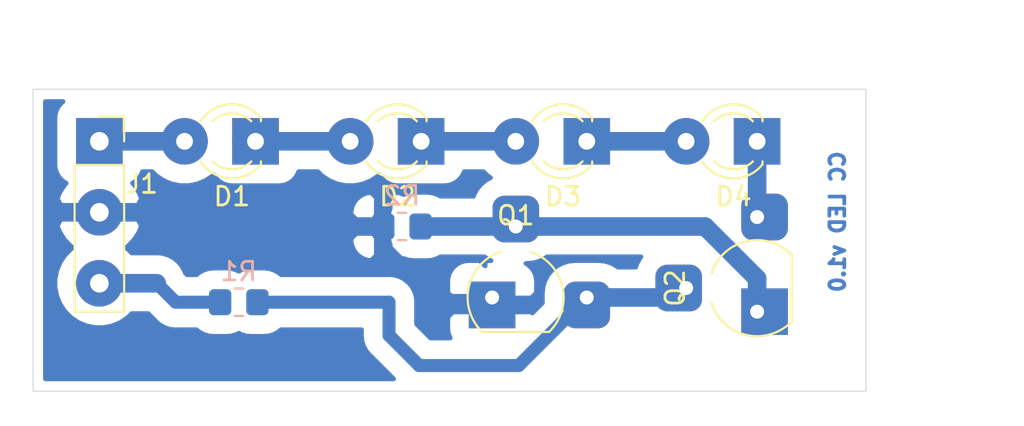
<source format=kicad_pcb>
(kicad_pcb (version 20171130) (host pcbnew 5.1.7-a382d34a8~87~ubuntu18.04.1)

  (general
    (thickness 1.6)
    (drawings 7)
    (tracks 26)
    (zones 0)
    (modules 9)
    (nets 10)
  )

  (page A4)
  (layers
    (0 F.Cu signal)
    (31 B.Cu signal)
    (32 B.Adhes user)
    (33 F.Adhes user)
    (34 B.Paste user)
    (35 F.Paste user)
    (36 B.SilkS user)
    (37 F.SilkS user)
    (38 B.Mask user)
    (39 F.Mask user)
    (40 Dwgs.User user)
    (41 Cmts.User user)
    (42 Eco1.User user)
    (43 Eco2.User user)
    (44 Edge.Cuts user)
    (45 Margin user)
    (46 B.CrtYd user)
    (47 F.CrtYd user)
    (48 B.Fab user)
    (49 F.Fab user)
  )

  (setup
    (last_trace_width 1)
    (user_trace_width 0.381)
    (user_trace_width 0.508)
    (user_trace_width 0.7)
    (user_trace_width 1)
    (trace_clearance 0.2)
    (zone_clearance 0.508)
    (zone_45_only no)
    (trace_min 0.2)
    (via_size 0.8)
    (via_drill 0.4)
    (via_min_size 0.4)
    (via_min_drill 0.3)
    (uvia_size 0.3)
    (uvia_drill 0.1)
    (uvias_allowed no)
    (uvia_min_size 0.2)
    (uvia_min_drill 0.1)
    (edge_width 0.05)
    (segment_width 0.2)
    (pcb_text_width 0.3)
    (pcb_text_size 1.5 1.5)
    (mod_edge_width 0.12)
    (mod_text_size 1 1)
    (mod_text_width 0.15)
    (pad_size 2 2)
    (pad_drill 0.75)
    (pad_to_mask_clearance 0)
    (aux_axis_origin 0 0)
    (visible_elements 7FFFFFFF)
    (pcbplotparams
      (layerselection 0x01000_ffffffff)
      (usegerberextensions false)
      (usegerberattributes true)
      (usegerberadvancedattributes true)
      (creategerberjobfile true)
      (excludeedgelayer false)
      (linewidth 0.100000)
      (plotframeref false)
      (viasonmask false)
      (mode 1)
      (useauxorigin false)
      (hpglpennumber 1)
      (hpglpenspeed 20)
      (hpglpendiameter 15.000000)
      (psnegative false)
      (psa4output false)
      (plotreference true)
      (plotvalue true)
      (plotinvisibletext false)
      (padsonsilk false)
      (subtractmaskfromsilk false)
      (outputformat 4)
      (mirror false)
      (drillshape 1)
      (scaleselection 1)
      (outputdirectory "./pdf/"))
  )

  (net 0 "")
  (net 1 VCC)
  (net 2 GND)
  (net 3 "Net-(J1-Pad3)")
  (net 4 "Net-(Q1-Pad3)")
  (net 5 "Net-(Q1-Pad2)")
  (net 6 "Net-(D1-Pad1)")
  (net 7 "Net-(D2-Pad1)")
  (net 8 "Net-(D3-Pad1)")
  (net 9 "Net-(D4-Pad1)")

  (net_class Default "This is the default net class."
    (clearance 0.2)
    (trace_width 0.25)
    (via_dia 0.8)
    (via_drill 0.4)
    (uvia_dia 0.3)
    (uvia_drill 0.1)
  )

  (net_class homemade ""
    (clearance 0.508)
    (trace_width 0.508)
    (via_dia 0.8)
    (via_drill 0.4)
    (uvia_dia 0.3)
    (uvia_drill 0.1)
  )

  (net_class homemade2 ""
    (clearance 0.7)
    (trace_width 0.7)
    (via_dia 0.8)
    (via_drill 0.4)
    (uvia_dia 0.3)
    (uvia_drill 0.1)
  )

  (net_class homemade3 ""
    (clearance 1)
    (trace_width 1)
    (via_dia 0.8)
    (via_drill 0.4)
    (uvia_dia 0.3)
    (uvia_drill 0.1)
    (add_net GND)
    (add_net "Net-(D1-Pad1)")
    (add_net "Net-(D2-Pad1)")
    (add_net "Net-(D3-Pad1)")
    (add_net "Net-(D4-Pad1)")
    (add_net "Net-(J1-Pad3)")
    (add_net "Net-(Q1-Pad2)")
    (add_net "Net-(Q1-Pad3)")
    (add_net VCC)
  )

  (module indicator:TO-92_HandSolder_Large_Pad (layer F.Cu) (tedit 5F81B750) (tstamp 5F82245C)
    (at 39.624 26.924)
    (descr "TO-92 leads molded, narrow, drill 0.75mm, handsoldering variant with enlarged pads (see NXP sot054_po.pdf)")
    (tags "to-92 sc-43 sc-43a sot54 PA33 transistor")
    (path /5F766A6B)
    (fp_text reference Q1 (at 1.27 -4.4) (layer F.SilkS)
      (effects (font (size 1 1) (thickness 0.15)))
    )
    (fp_text value 2N3904 (at 1.27 2.79) (layer F.Fab)
      (effects (font (size 1 1) (thickness 0.15)))
    )
    (fp_line (start -0.53 1.85) (end 3.07 1.85) (layer F.SilkS) (width 0.12))
    (fp_line (start -0.5 1.75) (end 3 1.75) (layer F.Fab) (width 0.1))
    (fp_line (start -1.46 -5.588) (end 6.35 -5.588) (layer F.CrtYd) (width 0.05))
    (fp_line (start -1.46 -5.588) (end -1.46 2.01) (layer F.CrtYd) (width 0.05))
    (fp_line (start 6.35 2.01) (end 6.35 -5.588) (layer F.CrtYd) (width 0.05))
    (fp_line (start 6.35 2.01) (end -1.46 2.01) (layer F.CrtYd) (width 0.05))
    (fp_text user %R (at 1.27 0) (layer F.Fab)
      (effects (font (size 1 1) (thickness 0.15)))
    )
    (fp_arc (start 1.27 -0.06) (end 1.27 -2.54) (angle 135) (layer F.Fab) (width 0.1))
    (fp_arc (start 1.27 0) (end 0.45 -2.45) (angle -116.9632683) (layer F.SilkS) (width 0.12))
    (fp_arc (start 1.27 0) (end 1.27 -2.48) (angle -135) (layer F.Fab) (width 0.1))
    (fp_arc (start 1.27 0) (end 2.05 -2.45) (angle 117.6433766) (layer F.SilkS) (width 0.12))
    (pad 2 thru_hole roundrect (at 1.27 -3.81) (size 2.5 2.5) (drill 0.75 (offset 0 -0.4)) (layers *.Cu *.Mask) (roundrect_rratio 0.25)
      (net 5 "Net-(Q1-Pad2)"))
    (pad 3 thru_hole roundrect (at 5.08 0) (size 2.5 2.5) (drill 0.75 (offset 0 0.4)) (layers *.Cu *.Mask) (roundrect_rratio 0.25)
      (net 4 "Net-(Q1-Pad3)"))
    (pad 1 thru_hole rect (at 0 0) (size 2.5 2.5) (drill 0.75 (offset 0 0.4)) (layers *.Cu *.Mask)
      (net 2 GND))
    (model ${KISYS3DMOD}/Package_TO_SOT_THT.3dshapes/TO-92.wrl
      (at (xyz 0 0 0))
      (scale (xyz 1 1 1))
      (rotate (xyz 0 0 0))
    )
  )

  (module indicator:TO-92_HandSolder_Large_Pad (layer F.Cu) (tedit 5F81B750) (tstamp 5F822429)
    (at 53.848 27.686 90)
    (descr "TO-92 leads molded, narrow, drill 0.75mm, handsoldering variant with enlarged pads (see NXP sot054_po.pdf)")
    (tags "to-92 sc-43 sc-43a sot54 PA33 transistor")
    (path /5F7654EB)
    (fp_text reference Q2 (at 1.27 -4.4 90) (layer F.SilkS)
      (effects (font (size 1 1) (thickness 0.15)))
    )
    (fp_text value 2N3904 (at 1.27 2.79 90) (layer F.Fab)
      (effects (font (size 1 1) (thickness 0.15)))
    )
    (fp_line (start 6.35 2.01) (end -1.46 2.01) (layer F.CrtYd) (width 0.05))
    (fp_line (start 6.35 2.01) (end 6.35 -5.588) (layer F.CrtYd) (width 0.05))
    (fp_line (start -1.46 -5.588) (end -1.46 2.01) (layer F.CrtYd) (width 0.05))
    (fp_line (start -1.46 -5.588) (end 6.35 -5.588) (layer F.CrtYd) (width 0.05))
    (fp_line (start -0.5 1.75) (end 3 1.75) (layer F.Fab) (width 0.1))
    (fp_line (start -0.53 1.85) (end 3.07 1.85) (layer F.SilkS) (width 0.12))
    (fp_arc (start 1.27 0) (end 2.05 -2.45) (angle 117.6433766) (layer F.SilkS) (width 0.12))
    (fp_arc (start 1.27 0) (end 1.27 -2.48) (angle -135) (layer F.Fab) (width 0.1))
    (fp_arc (start 1.27 0) (end 0.45 -2.45) (angle -116.9632683) (layer F.SilkS) (width 0.12))
    (fp_arc (start 1.27 -0.06) (end 1.27 -2.54) (angle 135) (layer F.Fab) (width 0.1))
    (fp_text user %R (at 1.27 0 90) (layer F.Fab)
      (effects (font (size 1 1) (thickness 0.15)))
    )
    (pad 1 thru_hole rect (at 0 0 90) (size 2.5 2.5) (drill 0.75 (offset 0 0.4)) (layers *.Cu *.Mask)
      (net 5 "Net-(Q1-Pad2)"))
    (pad 3 thru_hole roundrect (at 5.08 0 90) (size 2.5 2.5) (drill 0.75 (offset 0 0.4)) (layers *.Cu *.Mask) (roundrect_rratio 0.25)
      (net 9 "Net-(D4-Pad1)"))
    (pad 2 thru_hole roundrect (at 1.27 -3.81 90) (size 2.5 2.5) (drill 0.75 (offset 0 -0.4)) (layers *.Cu *.Mask) (roundrect_rratio 0.25)
      (net 4 "Net-(Q1-Pad3)"))
    (model ${KISYS3DMOD}/Package_TO_SOT_THT.3dshapes/TO-92.wrl
      (at (xyz 0 0 0))
      (scale (xyz 1 1 1))
      (rotate (xyz 0 0 0))
    )
  )

  (module indicator:PinSocket_1x03_P2.54mm_Vertical_Large_Pad (layer F.Cu) (tedit 5F7C8AE2) (tstamp 5F7CFC8D)
    (at 18.542 18.542)
    (descr "Through hole straight socket strip, 1x03, 2.54mm pitch, single row (from Kicad 4.0.7), script generated")
    (tags "Through hole socket strip THT 1x03 2.54mm single row")
    (path /5F761CAA)
    (fp_text reference J1 (at 2.286 2.286) (layer F.SilkS)
      (effects (font (size 1 1) (thickness 0.15)))
    )
    (fp_text value Conn_01x03 (at 0 7.85) (layer F.Fab)
      (effects (font (size 1 1) (thickness 0.15)))
    )
    (fp_line (start -1.8 9.398) (end -1.8 -1.8) (layer F.CrtYd) (width 0.05))
    (fp_line (start 1.75 9.398) (end -1.8 9.398) (layer F.CrtYd) (width 0.05))
    (fp_line (start 1.75 -1.8) (end 1.75 9.398) (layer F.CrtYd) (width 0.05))
    (fp_line (start -1.8 -1.8) (end 1.75 -1.8) (layer F.CrtYd) (width 0.05))
    (fp_line (start 0 -1.33) (end 1.33 -1.33) (layer F.SilkS) (width 0.12))
    (fp_line (start 1.33 -1.33) (end 1.33 0) (layer F.SilkS) (width 0.12))
    (fp_line (start 1.33 1.27) (end 1.33 9.144) (layer F.SilkS) (width 0.12))
    (fp_line (start -1.33 9.144) (end 1.33 9.144) (layer F.SilkS) (width 0.12))
    (fp_line (start -1.33 1.27) (end -1.33 9.144) (layer F.SilkS) (width 0.12))
    (fp_line (start -1.33 1.27) (end 1.33 1.27) (layer F.SilkS) (width 0.12))
    (fp_line (start -1.27 6.35) (end -1.27 -1.27) (layer F.Fab) (width 0.1))
    (fp_line (start 1.27 6.35) (end -1.27 6.35) (layer F.Fab) (width 0.1))
    (fp_line (start 1.27 -0.635) (end 1.27 6.35) (layer F.Fab) (width 0.1))
    (fp_line (start 0.635 -1.27) (end 1.27 -0.635) (layer F.Fab) (width 0.1))
    (fp_line (start -1.27 -1.27) (end 0.635 -1.27) (layer F.Fab) (width 0.1))
    (fp_text user %R (at 0 2.54 90) (layer F.Fab)
      (effects (font (size 1 1) (thickness 0.15)))
    )
    (pad 1 thru_hole rect (at 0 0) (size 2.5 2.5) (drill 1) (layers *.Cu *.Mask)
      (net 1 VCC))
    (pad 2 thru_hole oval (at 0 3.81) (size 2.5 2.5) (drill 1) (layers *.Cu *.Mask)
      (net 2 GND))
    (pad 3 thru_hole oval (at 0 7.62) (size 2.5 2.5) (drill 1) (layers *.Cu *.Mask)
      (net 3 "Net-(J1-Pad3)"))
    (model ${KISYS3DMOD}/Connector_PinSocket_2.54mm.3dshapes/PinSocket_1x03_P2.54mm_Vertical.wrl
      (at (xyz 0 0 0))
      (scale (xyz 1 1 1))
      (rotate (xyz 0 0 0))
    )
  )

  (module indicator:LED_D3.0mm_Large_Pad (layer F.Cu) (tedit 5F7C8879) (tstamp 5F7CFE06)
    (at 53.848 18.542 180)
    (descr "LED, diameter 3.0mm, 2 pins")
    (tags "LED diameter 3.0mm 2 pins")
    (path /5F764DB8)
    (fp_text reference D4 (at 1.27 -2.96) (layer F.SilkS)
      (effects (font (size 1 1) (thickness 0.15)))
    )
    (fp_text value LED (at 1.27 2.96) (layer F.Fab)
      (effects (font (size 1 1) (thickness 0.15)))
    )
    (fp_circle (center 1.27 0) (end 2.77 0) (layer F.Fab) (width 0.1))
    (fp_line (start -0.23 -1.16619) (end -0.23 1.16619) (layer F.Fab) (width 0.1))
    (fp_line (start -0.29 -1.236) (end -0.29 -1.08) (layer F.SilkS) (width 0.12))
    (fp_line (start -0.29 1.08) (end -0.29 1.236) (layer F.SilkS) (width 0.12))
    (fp_line (start -1.524 -2.25) (end -1.524 2.25) (layer F.CrtYd) (width 0.05))
    (fp_line (start 5.334 2.25) (end -1.524 2.25) (layer F.CrtYd) (width 0.05))
    (fp_line (start 5.334 2.25) (end 5.334 -2.25) (layer F.CrtYd) (width 0.05))
    (fp_line (start 5.334 -2.25) (end -1.524 -2.25) (layer F.CrtYd) (width 0.05))
    (fp_arc (start 1.27 0) (end -0.23 -1.16619) (angle 284.3) (layer F.Fab) (width 0.1))
    (fp_arc (start 1.27 0) (end -0.29 -1.235516) (angle 108.8) (layer F.SilkS) (width 0.12))
    (fp_arc (start 1.27 0) (end -0.29 1.235516) (angle -108.8) (layer F.SilkS) (width 0.12))
    (fp_arc (start 1.27 0) (end 0.229039 -1.08) (angle 87.9) (layer F.SilkS) (width 0.12))
    (fp_arc (start 1.27 0) (end 0.229039 1.08) (angle -87.9) (layer F.SilkS) (width 0.12))
    (pad 1 thru_hole rect (at 0 0 180) (size 2.5 2.5) (drill 0.9) (layers *.Cu *.Mask)
      (net 9 "Net-(D4-Pad1)"))
    (pad 2 thru_hole oval (at 3.81 0 180) (size 2.5 2.5) (drill 0.9) (layers *.Cu *.Mask)
      (net 8 "Net-(D3-Pad1)"))
    (model ${KISYS3DMOD}/LED_THT.3dshapes/LED_D3.0mm.wrl
      (at (xyz 0 0 0))
      (scale (xyz 1 1 1))
      (rotate (xyz 0 0 0))
    )
  )

  (module indicator:LED_D3.0mm_Large_Pad (layer F.Cu) (tedit 5F7C8879) (tstamp 5F7CFCEC)
    (at 44.704 18.542 180)
    (descr "LED, diameter 3.0mm, 2 pins")
    (tags "LED diameter 3.0mm 2 pins")
    (path /5F7648BE)
    (fp_text reference D3 (at 1.27 -2.96) (layer F.SilkS)
      (effects (font (size 1 1) (thickness 0.15)))
    )
    (fp_text value LED (at 1.27 2.96) (layer F.Fab)
      (effects (font (size 1 1) (thickness 0.15)))
    )
    (fp_circle (center 1.27 0) (end 2.77 0) (layer F.Fab) (width 0.1))
    (fp_line (start -0.23 -1.16619) (end -0.23 1.16619) (layer F.Fab) (width 0.1))
    (fp_line (start -0.29 -1.236) (end -0.29 -1.08) (layer F.SilkS) (width 0.12))
    (fp_line (start -0.29 1.08) (end -0.29 1.236) (layer F.SilkS) (width 0.12))
    (fp_line (start -1.524 -2.25) (end -1.524 2.25) (layer F.CrtYd) (width 0.05))
    (fp_line (start 5.334 2.25) (end -1.524 2.25) (layer F.CrtYd) (width 0.05))
    (fp_line (start 5.334 2.25) (end 5.334 -2.25) (layer F.CrtYd) (width 0.05))
    (fp_line (start 5.334 -2.25) (end -1.524 -2.25) (layer F.CrtYd) (width 0.05))
    (fp_arc (start 1.27 0) (end -0.23 -1.16619) (angle 284.3) (layer F.Fab) (width 0.1))
    (fp_arc (start 1.27 0) (end -0.29 -1.235516) (angle 108.8) (layer F.SilkS) (width 0.12))
    (fp_arc (start 1.27 0) (end -0.29 1.235516) (angle -108.8) (layer F.SilkS) (width 0.12))
    (fp_arc (start 1.27 0) (end 0.229039 -1.08) (angle 87.9) (layer F.SilkS) (width 0.12))
    (fp_arc (start 1.27 0) (end 0.229039 1.08) (angle -87.9) (layer F.SilkS) (width 0.12))
    (pad 1 thru_hole rect (at 0 0 180) (size 2.5 2.5) (drill 0.9) (layers *.Cu *.Mask)
      (net 8 "Net-(D3-Pad1)"))
    (pad 2 thru_hole oval (at 3.81 0 180) (size 2.5 2.5) (drill 0.9) (layers *.Cu *.Mask)
      (net 7 "Net-(D2-Pad1)"))
    (model ${KISYS3DMOD}/LED_THT.3dshapes/LED_D3.0mm.wrl
      (at (xyz 0 0 0))
      (scale (xyz 1 1 1))
      (rotate (xyz 0 0 0))
    )
  )

  (module indicator:LED_D3.0mm_Large_Pad (layer F.Cu) (tedit 5F7C8879) (tstamp 5F7CFE3C)
    (at 35.814 18.542 180)
    (descr "LED, diameter 3.0mm, 2 pins")
    (tags "LED diameter 3.0mm 2 pins")
    (path /5F76433D)
    (fp_text reference D2 (at 1.27 -2.96) (layer F.SilkS)
      (effects (font (size 1 1) (thickness 0.15)))
    )
    (fp_text value LED (at 1.27 2.96) (layer F.Fab)
      (effects (font (size 1 1) (thickness 0.15)))
    )
    (fp_circle (center 1.27 0) (end 2.77 0) (layer F.Fab) (width 0.1))
    (fp_line (start -0.23 -1.16619) (end -0.23 1.16619) (layer F.Fab) (width 0.1))
    (fp_line (start -0.29 -1.236) (end -0.29 -1.08) (layer F.SilkS) (width 0.12))
    (fp_line (start -0.29 1.08) (end -0.29 1.236) (layer F.SilkS) (width 0.12))
    (fp_line (start -1.524 -2.25) (end -1.524 2.25) (layer F.CrtYd) (width 0.05))
    (fp_line (start 5.334 2.25) (end -1.524 2.25) (layer F.CrtYd) (width 0.05))
    (fp_line (start 5.334 2.25) (end 5.334 -2.25) (layer F.CrtYd) (width 0.05))
    (fp_line (start 5.334 -2.25) (end -1.524 -2.25) (layer F.CrtYd) (width 0.05))
    (fp_arc (start 1.27 0) (end -0.23 -1.16619) (angle 284.3) (layer F.Fab) (width 0.1))
    (fp_arc (start 1.27 0) (end -0.29 -1.235516) (angle 108.8) (layer F.SilkS) (width 0.12))
    (fp_arc (start 1.27 0) (end -0.29 1.235516) (angle -108.8) (layer F.SilkS) (width 0.12))
    (fp_arc (start 1.27 0) (end 0.229039 -1.08) (angle 87.9) (layer F.SilkS) (width 0.12))
    (fp_arc (start 1.27 0) (end 0.229039 1.08) (angle -87.9) (layer F.SilkS) (width 0.12))
    (pad 1 thru_hole rect (at 0 0 180) (size 2.5 2.5) (drill 0.9) (layers *.Cu *.Mask)
      (net 7 "Net-(D2-Pad1)"))
    (pad 2 thru_hole oval (at 3.81 0 180) (size 2.5 2.5) (drill 0.9) (layers *.Cu *.Mask)
      (net 6 "Net-(D1-Pad1)"))
    (model ${KISYS3DMOD}/LED_THT.3dshapes/LED_D3.0mm.wrl
      (at (xyz 0 0 0))
      (scale (xyz 1 1 1))
      (rotate (xyz 0 0 0))
    )
  )

  (module indicator:LED_D3.0mm_Large_Pad (layer F.Cu) (tedit 5F7C8879) (tstamp 5F7CFD2B)
    (at 26.924 18.542 180)
    (descr "LED, diameter 3.0mm, 2 pins")
    (tags "LED diameter 3.0mm 2 pins")
    (path /5F7635F1)
    (fp_text reference D1 (at 1.27 -2.96) (layer F.SilkS)
      (effects (font (size 1 1) (thickness 0.15)))
    )
    (fp_text value LED (at 1.27 2.96) (layer F.Fab)
      (effects (font (size 1 1) (thickness 0.15)))
    )
    (fp_circle (center 1.27 0) (end 2.77 0) (layer F.Fab) (width 0.1))
    (fp_line (start -0.23 -1.16619) (end -0.23 1.16619) (layer F.Fab) (width 0.1))
    (fp_line (start -0.29 -1.236) (end -0.29 -1.08) (layer F.SilkS) (width 0.12))
    (fp_line (start -0.29 1.08) (end -0.29 1.236) (layer F.SilkS) (width 0.12))
    (fp_line (start -1.524 -2.25) (end -1.524 2.25) (layer F.CrtYd) (width 0.05))
    (fp_line (start 5.334 2.25) (end -1.524 2.25) (layer F.CrtYd) (width 0.05))
    (fp_line (start 5.334 2.25) (end 5.334 -2.25) (layer F.CrtYd) (width 0.05))
    (fp_line (start 5.334 -2.25) (end -1.524 -2.25) (layer F.CrtYd) (width 0.05))
    (fp_arc (start 1.27 0) (end -0.23 -1.16619) (angle 284.3) (layer F.Fab) (width 0.1))
    (fp_arc (start 1.27 0) (end -0.29 -1.235516) (angle 108.8) (layer F.SilkS) (width 0.12))
    (fp_arc (start 1.27 0) (end -0.29 1.235516) (angle -108.8) (layer F.SilkS) (width 0.12))
    (fp_arc (start 1.27 0) (end 0.229039 -1.08) (angle 87.9) (layer F.SilkS) (width 0.12))
    (fp_arc (start 1.27 0) (end 0.229039 1.08) (angle -87.9) (layer F.SilkS) (width 0.12))
    (pad 1 thru_hole rect (at 0 0 180) (size 2.5 2.5) (drill 0.9) (layers *.Cu *.Mask)
      (net 6 "Net-(D1-Pad1)"))
    (pad 2 thru_hole oval (at 3.81 0 180) (size 2.5 2.5) (drill 0.9) (layers *.Cu *.Mask)
      (net 1 VCC))
    (model ${KISYS3DMOD}/LED_THT.3dshapes/LED_D3.0mm.wrl
      (at (xyz 0 0 0))
      (scale (xyz 1 1 1))
      (rotate (xyz 0 0 0))
    )
  )

  (module Resistor_SMD:R_0805_2012Metric_Pad1.20x1.40mm_HandSolder (layer B.Cu) (tedit 5F68FEEE) (tstamp 5F7CFD68)
    (at 26.0256 27.178 180)
    (descr "Resistor SMD 0805 (2012 Metric), square (rectangular) end terminal, IPC_7351 nominal with elongated pad for handsoldering. (Body size source: IPC-SM-782 page 72, https://www.pcb-3d.com/wordpress/wp-content/uploads/ipc-sm-782a_amendment_1_and_2.pdf), generated with kicad-footprint-generator")
    (tags "resistor handsolder")
    (path /5F76800C)
    (attr smd)
    (fp_text reference R1 (at 0 1.65) (layer B.SilkS)
      (effects (font (size 1 1) (thickness 0.15)) (justify mirror))
    )
    (fp_text value 5.1k (at 0.016 3.048) (layer B.Fab)
      (effects (font (size 1 1) (thickness 0.15)) (justify mirror))
    )
    (fp_line (start -1 -0.625) (end -1 0.625) (layer B.Fab) (width 0.1))
    (fp_line (start -1 0.625) (end 1 0.625) (layer B.Fab) (width 0.1))
    (fp_line (start 1 0.625) (end 1 -0.625) (layer B.Fab) (width 0.1))
    (fp_line (start 1 -0.625) (end -1 -0.625) (layer B.Fab) (width 0.1))
    (fp_line (start -0.227064 0.735) (end 0.227064 0.735) (layer B.SilkS) (width 0.12))
    (fp_line (start -0.227064 -0.735) (end 0.227064 -0.735) (layer B.SilkS) (width 0.12))
    (fp_line (start -1.85 -0.95) (end -1.85 0.95) (layer B.CrtYd) (width 0.05))
    (fp_line (start -1.85 0.95) (end 1.85 0.95) (layer B.CrtYd) (width 0.05))
    (fp_line (start 1.85 0.95) (end 1.85 -0.95) (layer B.CrtYd) (width 0.05))
    (fp_line (start 1.85 -0.95) (end -1.85 -0.95) (layer B.CrtYd) (width 0.05))
    (fp_text user %R (at 0 0) (layer B.Fab)
      (effects (font (size 0.5 0.5) (thickness 0.08)) (justify mirror))
    )
    (pad 2 smd roundrect (at 1 0 180) (size 1.2 1.4) (layers B.Cu B.Paste B.Mask) (roundrect_rratio 0.2083325)
      (net 3 "Net-(J1-Pad3)"))
    (pad 1 smd roundrect (at -1 0 180) (size 1.2 1.4) (layers B.Cu B.Paste B.Mask) (roundrect_rratio 0.2083325)
      (net 4 "Net-(Q1-Pad3)"))
    (model ${KISYS3DMOD}/Resistor_SMD.3dshapes/R_0805_2012Metric.wrl
      (at (xyz 0 0 0))
      (scale (xyz 1 1 1))
      (rotate (xyz 0 0 0))
    )
  )

  (module Resistor_SMD:R_0805_2012Metric_Pad1.20x1.40mm_HandSolder (layer B.Cu) (tedit 5F68FEEE) (tstamp 5F7CFDD1)
    (at 34.782 23.114 180)
    (descr "Resistor SMD 0805 (2012 Metric), square (rectangular) end terminal, IPC_7351 nominal with elongated pad for handsoldering. (Body size source: IPC-SM-782 page 72, https://www.pcb-3d.com/wordpress/wp-content/uploads/ipc-sm-782a_amendment_1_and_2.pdf), generated with kicad-footprint-generator")
    (tags "resistor handsolder")
    (path /5F7675C9)
    (attr smd)
    (fp_text reference R2 (at 0 1.65) (layer B.SilkS)
      (effects (font (size 1 1) (thickness 0.15)) (justify mirror))
    )
    (fp_text value 39 (at 3.159 0) (layer B.Fab)
      (effects (font (size 1 1) (thickness 0.15)) (justify mirror))
    )
    (fp_line (start 1.85 -0.95) (end -1.85 -0.95) (layer B.CrtYd) (width 0.05))
    (fp_line (start 1.85 0.95) (end 1.85 -0.95) (layer B.CrtYd) (width 0.05))
    (fp_line (start -1.85 0.95) (end 1.85 0.95) (layer B.CrtYd) (width 0.05))
    (fp_line (start -1.85 -0.95) (end -1.85 0.95) (layer B.CrtYd) (width 0.05))
    (fp_line (start -0.227064 -0.735) (end 0.227064 -0.735) (layer B.SilkS) (width 0.12))
    (fp_line (start -0.227064 0.735) (end 0.227064 0.735) (layer B.SilkS) (width 0.12))
    (fp_line (start 1 -0.625) (end -1 -0.625) (layer B.Fab) (width 0.1))
    (fp_line (start 1 0.625) (end 1 -0.625) (layer B.Fab) (width 0.1))
    (fp_line (start -1 0.625) (end 1 0.625) (layer B.Fab) (width 0.1))
    (fp_line (start -1 -0.625) (end -1 0.625) (layer B.Fab) (width 0.1))
    (fp_text user %R (at 0 0) (layer B.Fab)
      (effects (font (size 0.5 0.5) (thickness 0.08)) (justify mirror))
    )
    (pad 1 smd roundrect (at -1 0 180) (size 1.2 1.4) (layers B.Cu B.Paste B.Mask) (roundrect_rratio 0.2083325)
      (net 5 "Net-(Q1-Pad2)"))
    (pad 2 smd roundrect (at 1 0 180) (size 1.2 1.4) (layers B.Cu B.Paste B.Mask) (roundrect_rratio 0.2083325)
      (net 2 GND))
    (model ${KISYS3DMOD}/Resistor_SMD.3dshapes/R_0805_2012Metric.wrl
      (at (xyz 0 0 0))
      (scale (xyz 1 1 1))
      (rotate (xyz 0 0 0))
    )
  )

  (gr_text "CC LED v1.0" (at 58.166 22.86 90) (layer B.Cu) (tstamp 5F7CFE73)
    (effects (font (size 0.8 0.8) (thickness 0.2)) (justify mirror))
  )
  (dimension 16.1544 (width 0.15) (layer Dwgs.User)
    (gr_text "16.154 mm" (at 66.832 23.876 270) (layer Dwgs.User)
      (effects (font (size 1 1) (thickness 0.15)))
    )
    (feature1 (pts (xy 59.69 31.9532) (xy 66.118421 31.9532)))
    (feature2 (pts (xy 59.69 15.7988) (xy 66.118421 15.7988)))
    (crossbar (pts (xy 65.532 15.7988) (xy 65.532 31.9532)))
    (arrow1a (pts (xy 65.532 31.9532) (xy 64.945579 30.826696)))
    (arrow1b (pts (xy 65.532 31.9532) (xy 66.118421 30.826696)))
    (arrow2a (pts (xy 65.532 15.7988) (xy 64.945579 16.925304)))
    (arrow2b (pts (xy 65.532 15.7988) (xy 66.118421 16.925304)))
  )
  (dimension 44.704 (width 0.15) (layer Dwgs.User) (tstamp 5F7CFD12)
    (gr_text "44.704 mm" (at 37.338 11.654) (layer Dwgs.User) (tstamp 5F7CFD12)
      (effects (font (size 1 1) (thickness 0.15)))
    )
    (feature1 (pts (xy 59.69 15.748) (xy 59.69 12.367579)))
    (feature2 (pts (xy 14.986 15.748) (xy 14.986 12.367579)))
    (crossbar (pts (xy 14.986 12.954) (xy 59.69 12.954)))
    (arrow1a (pts (xy 59.69 12.954) (xy 58.563496 13.540421)))
    (arrow1b (pts (xy 59.69 12.954) (xy 58.563496 12.367579)))
    (arrow2a (pts (xy 14.986 12.954) (xy 16.112504 13.540421)))
    (arrow2b (pts (xy 14.986 12.954) (xy 16.112504 12.367579)))
  )
  (gr_line (start 14.986 31.9532) (end 14.986 15.748) (layer Edge.Cuts) (width 0.05) (tstamp 5F7CFE6A))
  (gr_line (start 59.69 31.9532) (end 14.986 31.9532) (layer Edge.Cuts) (width 0.05) (tstamp 5F7CFCD8))
  (gr_line (start 59.69 15.748) (end 59.69 31.9532) (layer Edge.Cuts) (width 0.05) (tstamp 5F7CFE61))
  (gr_line (start 14.986 15.748) (end 59.69 15.748) (layer Edge.Cuts) (width 0.05) (tstamp 5F7CFE64))

  (segment (start 18.542 18.542) (end 23.114 18.542) (width 1) (layer B.Cu) (net 1) (tstamp 5F7CFE70) (status 30))
  (segment (start 36.75481 26.924) (end 39.624 26.924) (width 0.381) (layer B.Cu) (net 2))
  (segment (start 33.782 23.95119) (end 36.75481 26.924) (width 0.381) (layer B.Cu) (net 2))
  (segment (start 33.782 23.114) (end 33.782 23.95119) (width 0.381) (layer B.Cu) (net 2))
  (segment (start 18.542 26.162) (end 18.034 25.654) (width 0.508) (layer F.Cu) (net 3) (tstamp 5F7CFE79) (status 30))
  (segment (start 18.542 26.162) (end 21.622 26.162) (width 1) (layer B.Cu) (net 3))
  (segment (start 22.638 27.178) (end 21.622 26.162) (width 0.7) (layer B.Cu) (net 3))
  (segment (start 25.0256 27.178) (end 22.638 27.178) (width 0.7) (layer B.Cu) (net 3))
  (segment (start 45.212 26.416) (end 44.704 26.924) (width 0.508) (layer F.Cu) (net 4))
  (segment (start 44.704 26.924) (end 44.704 27.2796) (width 0.7) (layer B.Cu) (net 4))
  (segment (start 49.53 26.924) (end 50.038 26.416) (width 1) (layer B.Cu) (net 4))
  (segment (start 44.704 26.924) (end 49.53 26.924) (width 1) (layer B.Cu) (net 4))
  (segment (start 27.0256 27.178) (end 34.09021 27.178) (width 0.7) (layer B.Cu) (net 4))
  (segment (start 34.09021 28.95941) (end 35.70899 30.57819) (width 0.7) (layer B.Cu) (net 4))
  (segment (start 34.09021 27.178) (end 34.09021 28.95941) (width 0.7) (layer B.Cu) (net 4))
  (segment (start 41.04981 30.57819) (end 44.704 26.924) (width 0.7) (layer B.Cu) (net 4))
  (segment (start 35.70899 30.57819) (end 41.04981 30.57819) (width 0.7) (layer B.Cu) (net 4))
  (segment (start 53.848 27.686) (end 53.848 25.908) (width 1) (layer B.Cu) (net 5))
  (segment (start 51.054 23.114) (end 40.894 23.114) (width 1) (layer B.Cu) (net 5))
  (segment (start 53.848 25.908) (end 51.054 23.114) (width 1) (layer B.Cu) (net 5))
  (segment (start 40.894 23.114) (end 40.64 23.114) (width 0.508) (layer F.Cu) (net 5))
  (segment (start 40.894 23.114) (end 35.782 23.114) (width 1) (layer B.Cu) (net 5))
  (segment (start 26.162 18.542) (end 31.75 18.542) (width 1) (layer B.Cu) (net 6) (tstamp 5F7CFCD5) (status 30))
  (segment (start 35.814 18.542) (end 40.894 18.542) (width 1) (layer B.Cu) (net 7))
  (segment (start 44.704 18.542) (end 50.038 18.542) (width 1) (layer B.Cu) (net 8))
  (segment (start 53.848 18.542) (end 53.848 22.606) (width 1) (layer B.Cu) (net 9))

  (zone (net 2) (net_name GND) (layer B.Cu) (tstamp 5FA2BC31) (hatch edge 0.508)
    (connect_pads (clearance 0.508))
    (min_thickness 0.254)
    (fill yes (arc_segments 32) (thermal_gap 1) (thermal_bridge_width 1))
    (polygon
      (pts
        (xy 61.9252 33.6296) (xy 13.208 33.8328) (xy 13.208 14.224) (xy 13.97 14.2748) (xy 14.0208 14.2748)
        (xy 61.5188 14.224)
      )
    )
    (filled_polygon
      (pts
        (xy 16.491235 16.491235) (xy 16.3504 16.662843) (xy 16.24575 16.858629) (xy 16.181307 17.071069) (xy 16.159547 17.292)
        (xy 16.159547 19.792) (xy 16.181307 20.012931) (xy 16.24575 20.225371) (xy 16.3504 20.421157) (xy 16.491235 20.592765)
        (xy 16.662843 20.7336) (xy 16.764352 20.787858) (xy 16.674572 20.881326) (xy 16.42354 21.273902) (xy 16.2817 21.616354)
        (xy 16.480218 21.979) (xy 18.169 21.979) (xy 18.169 21.959) (xy 18.915 21.959) (xy 18.915 21.979)
        (xy 20.603782 21.979) (xy 20.8023 21.616354) (xy 20.66046 21.273902) (xy 20.409428 20.881326) (xy 20.319648 20.787858)
        (xy 20.421157 20.7336) (xy 20.592765 20.592765) (xy 20.7336 20.421157) (xy 20.83825 20.225371) (xy 20.85535 20.169)
        (xy 21.379415 20.169) (xy 21.598751 20.388336) (xy 21.988068 20.64847) (xy 22.420655 20.827653) (xy 22.879886 20.919)
        (xy 23.348114 20.919) (xy 23.807345 20.827653) (xy 24.239932 20.64847) (xy 24.629249 20.388336) (xy 24.685037 20.332548)
        (xy 24.7324 20.421157) (xy 24.873235 20.592765) (xy 25.044843 20.7336) (xy 25.240629 20.83825) (xy 25.453069 20.902693)
        (xy 25.674 20.924453) (xy 28.174 20.924453) (xy 28.394931 20.902693) (xy 28.607371 20.83825) (xy 28.803157 20.7336)
        (xy 28.974765 20.592765) (xy 29.1156 20.421157) (xy 29.22025 20.225371) (xy 29.23735 20.169) (xy 30.269415 20.169)
        (xy 30.488751 20.388336) (xy 30.878068 20.64847) (xy 31.310655 20.827653) (xy 31.769886 20.919) (xy 32.238114 20.919)
        (xy 32.697345 20.827653) (xy 33.129932 20.64847) (xy 33.519249 20.388336) (xy 33.575037 20.332548) (xy 33.6224 20.421157)
        (xy 33.763235 20.592765) (xy 33.934843 20.7336) (xy 34.130629 20.83825) (xy 34.343069 20.902693) (xy 34.564 20.924453)
        (xy 37.064 20.924453) (xy 37.284931 20.902693) (xy 37.497371 20.83825) (xy 37.693157 20.7336) (xy 37.864765 20.592765)
        (xy 38.0056 20.421157) (xy 38.11025 20.225371) (xy 38.12735 20.169) (xy 39.159415 20.169) (xy 39.378751 20.388336)
        (xy 39.539518 20.495757) (xy 39.292611 20.627731) (xy 39.026293 20.846293) (xy 38.807731 21.112611) (xy 38.645325 21.416452)
        (xy 38.623925 21.487) (xy 36.848541 21.487) (xy 36.661042 21.38678) (xy 36.401704 21.30811) (xy 36.132001 21.281547)
        (xy 35.431999 21.281547) (xy 35.162296 21.30811) (xy 34.902958 21.38678) (xy 34.878174 21.400027) (xy 34.837932 21.377383)
        (xy 34.626937 21.308353) (xy 34.43675 21.287) (xy 34.155 21.56875) (xy 34.155 22.134546) (xy 34.15478 22.134958)
        (xy 34.07611 22.394296) (xy 34.049547 22.663999) (xy 34.049547 23.564001) (xy 34.07611 23.833704) (xy 34.15478 24.093042)
        (xy 34.155 24.093454) (xy 34.155 24.65925) (xy 34.43675 24.941) (xy 34.626937 24.919647) (xy 34.837932 24.850617)
        (xy 34.878174 24.827973) (xy 34.902958 24.84122) (xy 35.162296 24.91989) (xy 35.431999 24.946453) (xy 36.132001 24.946453)
        (xy 36.401704 24.91989) (xy 36.661042 24.84122) (xy 36.848541 24.741) (xy 39.220392 24.741) (xy 39.292611 24.800269)
        (xy 39.567126 24.947) (xy 39.250998 24.947) (xy 39.250998 25.228748) (xy 38.96925 24.947) (xy 38.374 24.941547)
        (xy 38.153069 24.963307) (xy 37.940629 25.02775) (xy 37.744843 25.1324) (xy 37.573235 25.273235) (xy 37.4324 25.444843)
        (xy 37.32775 25.640629) (xy 37.263307 25.853069) (xy 37.241547 26.074) (xy 37.247 26.66925) (xy 37.52875 26.951)
        (xy 39.251 26.951) (xy 39.251 26.931) (xy 39.997 26.931) (xy 39.997 26.951) (xy 41.71925 26.951)
        (xy 42.001 26.66925) (xy 42.006453 26.074) (xy 41.984693 25.853069) (xy 41.92025 25.640629) (xy 41.8156 25.444843)
        (xy 41.674765 25.273235) (xy 41.503157 25.1324) (xy 41.435905 25.096453) (xy 41.519 25.096453) (xy 41.861862 25.062684)
        (xy 42.191548 24.962675) (xy 42.495389 24.800269) (xy 42.567608 24.741) (xy 47.612142 24.741) (xy 47.551731 24.814611)
        (xy 47.389325 25.118452) (xy 47.335163 25.297) (xy 46.377608 25.297) (xy 46.305389 25.237731) (xy 46.001548 25.075325)
        (xy 45.671862 24.975316) (xy 45.329 24.941547) (xy 44.079 24.941547) (xy 43.736138 24.975316) (xy 43.406452 25.075325)
        (xy 43.102611 25.237731) (xy 42.836293 25.456293) (xy 42.617731 25.722611) (xy 42.455325 26.026452) (xy 42.355316 26.356138)
        (xy 42.321547 26.699) (xy 42.321547 27.21766) (xy 41.780729 27.758479) (xy 41.71925 27.697) (xy 39.997 27.697)
        (xy 39.997 27.717) (xy 39.251 27.717) (xy 39.251 27.697) (xy 37.52875 27.697) (xy 37.247 27.97875)
        (xy 37.241547 28.574) (xy 37.263307 28.794931) (xy 37.32775 29.007371) (xy 37.377897 29.10119) (xy 36.320783 29.10119)
        (xy 35.56721 28.347618) (xy 35.56721 27.250556) (xy 35.574356 27.178) (xy 35.545839 26.888457) (xy 35.461382 26.610042)
        (xy 35.324232 26.353453) (xy 35.13966 26.12855) (xy 34.914757 25.943978) (xy 34.658168 25.806828) (xy 34.379753 25.722371)
        (xy 34.162766 25.701) (xy 34.09021 25.693854) (xy 34.017654 25.701) (xy 28.292877 25.701) (xy 28.14365 25.578532)
        (xy 27.904642 25.45078) (xy 27.645304 25.37211) (xy 27.375601 25.345547) (xy 26.675599 25.345547) (xy 26.405896 25.37211)
        (xy 26.146558 25.45078) (xy 26.0256 25.515433) (xy 25.904642 25.45078) (xy 25.645304 25.37211) (xy 25.375601 25.345547)
        (xy 24.675599 25.345547) (xy 24.405896 25.37211) (xy 24.146558 25.45078) (xy 23.90755 25.578532) (xy 23.758323 25.701)
        (xy 23.249793 25.701) (xy 23.153008 25.604216) (xy 23.132425 25.536362) (xy 22.981346 25.253714) (xy 22.778029 25.005971)
        (xy 22.530286 24.802654) (xy 22.247638 24.651575) (xy 21.940948 24.558542) (xy 21.701925 24.535) (xy 20.276585 24.535)
        (xy 20.057249 24.315664) (xy 19.957364 24.248922) (xy 20.086632 24.158733) (xy 20.409428 23.822674) (xy 20.43066 23.78947)
        (xy 32.049813 23.78947) (xy 32.066782 24.01082) (xy 32.126608 24.224607) (xy 32.226993 24.422614) (xy 32.364077 24.597232)
        (xy 32.532595 24.741751) (xy 32.726068 24.850617) (xy 32.937063 24.919647) (xy 33.12725 24.941) (xy 33.409 24.65925)
        (xy 33.409 23.487) (xy 32.33675 23.487) (xy 32.055 23.76875) (xy 32.049813 23.78947) (xy 20.43066 23.78947)
        (xy 20.66046 23.430098) (xy 20.8023 23.087646) (xy 20.603782 22.725) (xy 18.915 22.725) (xy 18.915 22.745)
        (xy 18.169 22.745) (xy 18.169 22.725) (xy 16.480218 22.725) (xy 16.2817 23.087646) (xy 16.42354 23.430098)
        (xy 16.674572 23.822674) (xy 16.997368 24.158733) (xy 17.126636 24.248922) (xy 17.026751 24.315664) (xy 16.695664 24.646751)
        (xy 16.43553 25.036068) (xy 16.256347 25.468655) (xy 16.165 25.927886) (xy 16.165 26.396114) (xy 16.256347 26.855345)
        (xy 16.43553 27.287932) (xy 16.695664 27.677249) (xy 17.026751 28.008336) (xy 17.416068 28.26847) (xy 17.848655 28.447653)
        (xy 18.307886 28.539) (xy 18.776114 28.539) (xy 19.235345 28.447653) (xy 19.667932 28.26847) (xy 20.057249 28.008336)
        (xy 20.276585 27.789) (xy 21.160207 27.789) (xy 21.542296 28.171089) (xy 21.58855 28.22745) (xy 21.65666 28.283346)
        (xy 21.813452 28.412022) (xy 21.950602 28.48533) (xy 22.070042 28.549172) (xy 22.348457 28.633629) (xy 22.565444 28.655)
        (xy 22.565447 28.655) (xy 22.638 28.662146) (xy 22.710553 28.655) (xy 23.758323 28.655) (xy 23.90755 28.777468)
        (xy 24.146558 28.90522) (xy 24.405896 28.98389) (xy 24.675599 29.010453) (xy 25.375601 29.010453) (xy 25.645304 28.98389)
        (xy 25.904642 28.90522) (xy 26.0256 28.840567) (xy 26.146558 28.90522) (xy 26.405896 28.98389) (xy 26.675599 29.010453)
        (xy 27.375601 29.010453) (xy 27.645304 28.98389) (xy 27.904642 28.90522) (xy 28.14365 28.777468) (xy 28.292877 28.655)
        (xy 32.61321 28.655) (xy 32.61321 28.886857) (xy 32.606064 28.95941) (xy 32.61321 29.031963) (xy 32.61321 29.031966)
        (xy 32.634582 29.248953) (xy 32.715469 29.5156) (xy 32.719039 29.527368) (xy 32.856188 29.783957) (xy 32.933039 29.8776)
        (xy 33.040761 30.00886) (xy 33.097122 30.055114) (xy 34.335207 31.2932) (xy 15.646 31.2932) (xy 15.646 22.43853)
        (xy 32.049813 22.43853) (xy 32.055 22.45925) (xy 32.33675 22.741) (xy 33.409 22.741) (xy 33.409 21.56875)
        (xy 33.12725 21.287) (xy 32.937063 21.308353) (xy 32.726068 21.377383) (xy 32.532595 21.486249) (xy 32.364077 21.630768)
        (xy 32.226993 21.805386) (xy 32.126608 22.003393) (xy 32.066782 22.21718) (xy 32.049813 22.43853) (xy 15.646 22.43853)
        (xy 15.646 16.408) (xy 16.592657 16.408)
      )
    )
  )
)

</source>
